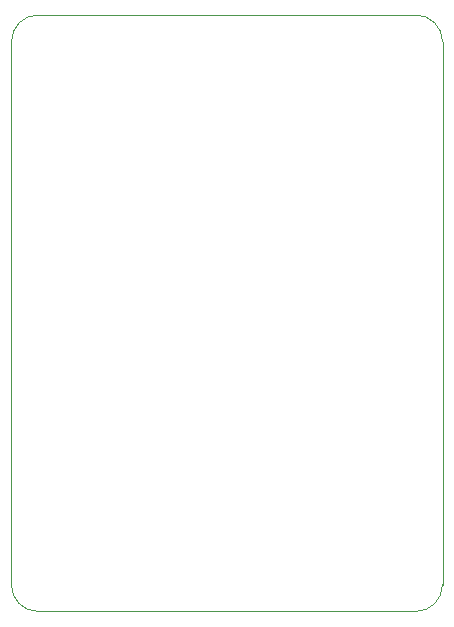
<source format=gm1>
G04 #@! TF.GenerationSoftware,KiCad,Pcbnew,(7.0.0)*
G04 #@! TF.CreationDate,2023-04-23T17:00:46-07:00*
G04 #@! TF.ProjectId,boostdriver-al8853,626f6f73-7464-4726-9976-65722d616c38,1*
G04 #@! TF.SameCoordinates,Original*
G04 #@! TF.FileFunction,Profile,NP*
%FSLAX46Y46*%
G04 Gerber Fmt 4.6, Leading zero omitted, Abs format (unit mm)*
G04 Created by KiCad (PCBNEW (7.0.0)) date 2023-04-23 17:00:46*
%MOMM*%
%LPD*%
G01*
G04 APERTURE LIST*
G04 #@! TA.AperFunction,Profile*
%ADD10C,0.100000*%
G04 #@! TD*
G04 APERTURE END LIST*
D10*
X136000000Y-61750000D02*
G75*
G03*
X133750000Y-64000000I0J-2250000D01*
G01*
X170250000Y-110000000D02*
X170250000Y-64000000D01*
X170250000Y-64000000D02*
G75*
G03*
X168000000Y-61750000I-2250000J0D01*
G01*
X168000000Y-112250000D02*
X136000000Y-112250000D01*
X168000000Y-112250000D02*
G75*
G03*
X170250000Y-110000000I0J2250000D01*
G01*
X168000000Y-61750000D02*
X136000000Y-61750000D01*
X133750000Y-110000000D02*
G75*
G03*
X136000000Y-112250000I2250000J0D01*
G01*
X133750000Y-110000000D02*
X133750000Y-64000000D01*
M02*

</source>
